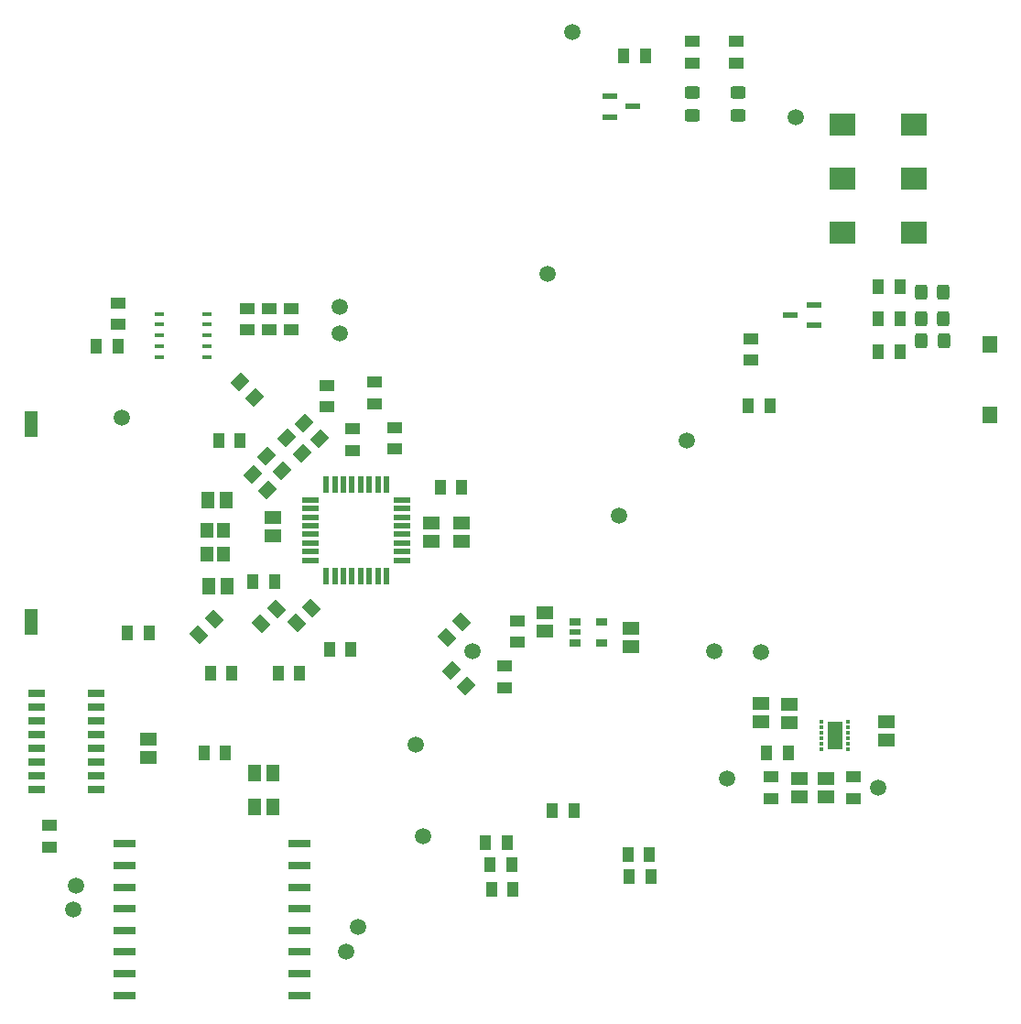
<source format=gbr>
%TF.GenerationSoftware,KiCad,Pcbnew,8.0.6*%
%TF.CreationDate,2024-11-20T13:36:43-05:00*%
%TF.ProjectId,wheel_counter,77686565-6c5f-4636-9f75-6e7465722e6b,rev?*%
%TF.SameCoordinates,Original*%
%TF.FileFunction,Paste,Top*%
%TF.FilePolarity,Positive*%
%FSLAX46Y46*%
G04 Gerber Fmt 4.6, Leading zero omitted, Abs format (unit mm)*
G04 Created by KiCad (PCBNEW 8.0.6) date 2024-11-20 13:36:43*
%MOMM*%
%LPD*%
G01*
G04 APERTURE LIST*
G04 Aperture macros list*
%AMRoundRect*
0 Rectangle with rounded corners*
0 $1 Rounding radius*
0 $2 $3 $4 $5 $6 $7 $8 $9 X,Y pos of 4 corners*
0 Add a 4 corners polygon primitive as box body*
4,1,4,$2,$3,$4,$5,$6,$7,$8,$9,$2,$3,0*
0 Add four circle primitives for the rounded corners*
1,1,$1+$1,$2,$3*
1,1,$1+$1,$4,$5*
1,1,$1+$1,$6,$7*
1,1,$1+$1,$8,$9*
0 Add four rect primitives between the rounded corners*
20,1,$1+$1,$2,$3,$4,$5,0*
20,1,$1+$1,$4,$5,$6,$7,0*
20,1,$1+$1,$6,$7,$8,$9,0*
20,1,$1+$1,$8,$9,$2,$3,0*%
%AMRotRect*
0 Rectangle, with rotation*
0 The origin of the aperture is its center*
0 $1 length*
0 $2 width*
0 $3 Rotation angle, in degrees counterclockwise*
0 Add horizontal line*
21,1,$1,$2,0,0,$3*%
G04 Aperture macros list end*
%ADD10C,0.000000*%
%ADD11R,0.875000X0.450000*%
%ADD12R,0.355600X0.304800*%
%ADD13R,1.447800X2.590800*%
%ADD14R,1.000000X0.800000*%
%ADD15R,1.000000X0.600000*%
%ADD16R,1.500000X0.600000*%
%ADD17R,0.600000X1.500000*%
%ADD18C,1.500000*%
%ADD19R,1.500000X1.300000*%
%ADD20RotRect,1.100000X1.400000X225.000000*%
%ADD21RoundRect,0.250000X-0.325000X-0.450000X0.325000X-0.450000X0.325000X0.450000X-0.325000X0.450000X0*%
%ADD22R,1.550000X0.650000*%
%ADD23RotRect,1.100000X1.400000X135.000000*%
%ADD24R,2.400000X2.100000*%
%ADD25R,1.300000X2.340000*%
%ADD26RotRect,1.100000X1.400000X315.000000*%
%ADD27R,1.100000X1.400000*%
%ADD28R,1.400000X1.100000*%
%ADD29R,1.150000X1.400000*%
%ADD30R,1.320800X0.558800*%
%ADD31R,1.300000X1.500000*%
%ADD32R,1.400000X1.500000*%
%ADD33R,2.000000X0.800000*%
%ADD34RotRect,1.100000X1.400000X45.000000*%
%ADD35RoundRect,0.250000X-0.450000X0.325000X-0.450000X-0.325000X0.450000X-0.325000X0.450000X0.325000X0*%
G04 APERTURE END LIST*
D10*
%TO.C,RFID1*%
G36*
X115123900Y-124695400D02*
G01*
X113876100Y-124695400D01*
X113876100Y-123600000D01*
X115123900Y-123600000D01*
X115123900Y-124695400D01*
G37*
G36*
X115123900Y-123400000D02*
G01*
X113876100Y-123400000D01*
X113876100Y-122304600D01*
X115123900Y-122304600D01*
X115123900Y-123400000D01*
G37*
%TD*%
D11*
%TO.C,RTC1*%
X52000000Y-84500000D03*
X52000000Y-85500000D03*
X52000000Y-86500000D03*
X52000000Y-87500000D03*
X52000000Y-88500000D03*
X56424000Y-88500000D03*
X56424000Y-87500000D03*
X56424000Y-86500000D03*
X56424000Y-85500000D03*
X56424000Y-84500000D03*
%TD*%
D12*
%TO.C,RFID1*%
X115719200Y-124750315D03*
X115719200Y-124250189D03*
X115719200Y-123750063D03*
X115719200Y-123249937D03*
X115719200Y-122749811D03*
X115719200Y-122249685D03*
X113280800Y-122249685D03*
X113280800Y-122749811D03*
X113280800Y-123249937D03*
X113280800Y-123750063D03*
X113280800Y-124250189D03*
X113280800Y-124750315D03*
D13*
X114500000Y-123500000D03*
%TD*%
D14*
%TO.C,LDOReg1*%
X90500000Y-113000000D03*
D15*
X90500000Y-113950000D03*
D14*
X90500000Y-114900000D03*
X92900000Y-114900000D03*
X92900000Y-113000000D03*
%TD*%
D16*
%TO.C,328pb1*%
X66000000Y-101700000D03*
X66000000Y-102500000D03*
X66000000Y-103300000D03*
X66000000Y-104100000D03*
X66000000Y-104900000D03*
X66000000Y-105700000D03*
X66000000Y-106500000D03*
X66000000Y-107300000D03*
D17*
X67450000Y-108750000D03*
X68250000Y-108750000D03*
X69050000Y-108750000D03*
X69850000Y-108750000D03*
X70650000Y-108750000D03*
X71450000Y-108750000D03*
X72250000Y-108750000D03*
X73050000Y-108750000D03*
D16*
X74500000Y-107300000D03*
X74500000Y-106500000D03*
X74500000Y-105700000D03*
X74500000Y-104900000D03*
X74500000Y-104100000D03*
X74500000Y-103300000D03*
X74500000Y-102500000D03*
X74500000Y-101700000D03*
D17*
X73050000Y-100250000D03*
X72250000Y-100250000D03*
X71450000Y-100250000D03*
X70650000Y-100250000D03*
X69850000Y-100250000D03*
X69050000Y-100250000D03*
X68250000Y-100250000D03*
X67450000Y-100250000D03*
%TD*%
D18*
%TO.C,VCC_1*%
X100800000Y-96200000D03*
%TD*%
%TO.C,VBAT_1*%
X90200000Y-58500000D03*
%TD*%
%TO.C,GND_1*%
X110900000Y-66300000D03*
%TD*%
D19*
%TO.C,C_LDO_VCC1*%
X87650000Y-112100000D03*
X87650000Y-113800000D03*
%TD*%
D18*
%TO.C,GPO_1*%
X104500000Y-127500000D03*
%TD*%
D20*
%TO.C,R_MOSI1*%
X62865000Y-111760000D03*
X61450786Y-113174214D03*
%TD*%
D21*
%TO.C,LED2*%
X122475000Y-82500000D03*
X124525000Y-82500000D03*
%TD*%
D22*
%TO.C,HexBuf1*%
X40700000Y-119550000D03*
X40700000Y-120820000D03*
X40700000Y-122090000D03*
X40700000Y-123360000D03*
X40700000Y-124630000D03*
X40700000Y-125900000D03*
X40700000Y-127170000D03*
X40700000Y-128440000D03*
X46150000Y-128440000D03*
X46150000Y-127170000D03*
X46150000Y-125900000D03*
X46150000Y-124630000D03*
X46150000Y-123360000D03*
X46150000Y-122090000D03*
X46150000Y-120820000D03*
X46150000Y-119550000D03*
%TD*%
D23*
%TO.C,R_PD3_UP1*%
X65207107Y-97407107D03*
X63792893Y-95992893D03*
%TD*%
D24*
%TO.C,RST_SWITCH1*%
X121800000Y-77000000D03*
X115200000Y-77000000D03*
%TD*%
D25*
%TO.C,Reed1*%
X40200000Y-113000000D03*
X40200000Y-94660000D03*
%TD*%
D19*
%TO.C,C_74HC1*%
X51050000Y-123850000D03*
X51050000Y-125550000D03*
%TD*%
D26*
%TO.C,R_INT_PD2*%
X65450000Y-94650000D03*
X66864214Y-96064214D03*
%TD*%
D27*
%TO.C,R_CS_RFM1*%
X58750000Y-117750000D03*
X56750000Y-117750000D03*
%TD*%
D28*
%TO.C,R_PD2_PUP1*%
X67550000Y-93100000D03*
X67550000Y-91100000D03*
%TD*%
D27*
%TO.C,R_WP1*%
X84600000Y-135400000D03*
X82600000Y-135400000D03*
%TD*%
D18*
%TO.C,RFM_RST_1*%
X44100000Y-139600000D03*
%TD*%
D28*
%TO.C,R_RST1*%
X71900000Y-90800000D03*
X71900000Y-92800000D03*
%TD*%
D27*
%TO.C,R_PE1_PUP1*%
X62700000Y-109220000D03*
X60700000Y-109220000D03*
%TD*%
D29*
%TO.C,Y1*%
X56400000Y-104500000D03*
X56400000Y-106700000D03*
X58000000Y-106700000D03*
X58000000Y-104500000D03*
%TD*%
D18*
%TO.C,INT_TRIG_1*%
X68700000Y-83900000D03*
%TD*%
%TO.C,3V3_1*%
X94500000Y-103200000D03*
%TD*%
D30*
%TO.C,U3*%
X93661700Y-64414100D03*
X93661700Y-66293700D03*
X95846100Y-65353900D03*
%TD*%
D24*
%TO.C,STAYAWAKE_SW1*%
X121800000Y-72000000D03*
X115200000Y-72000000D03*
%TD*%
D27*
%TO.C,R_MISO_RFM1*%
X56150000Y-125095000D03*
X58150000Y-125095000D03*
%TD*%
D31*
%TO.C,C_RFM69_0.1*%
X60800000Y-130050000D03*
X62500000Y-130050000D03*
%TD*%
D28*
%TO.C,R_PULL_UP_TRIG1*%
X60200000Y-84000000D03*
X60200000Y-86000000D03*
%TD*%
D18*
%TO.C,INT_MIN_1*%
X68700000Y-86300000D03*
%TD*%
D28*
%TO.C,R_LDO_UP1*%
X85150000Y-114862500D03*
X85150000Y-112862500D03*
%TD*%
D31*
%TO.C,C_XTAL1*%
X56500000Y-101700000D03*
X58200000Y-101700000D03*
%TD*%
D27*
%TO.C,R_PE1*%
X108500000Y-93000000D03*
X106500000Y-93000000D03*
%TD*%
D19*
%TO.C,C_RFID_0.2*%
X113700000Y-129150000D03*
X113700000Y-127450000D03*
%TD*%
D20*
%TO.C,R_CS_SPI4*%
X80000000Y-113000000D03*
X78585786Y-114414214D03*
%TD*%
D18*
%TO.C,MOSI_1*%
X69300000Y-143500000D03*
%TD*%
D30*
%TO.C,U2*%
X112592200Y-85539800D03*
X112592200Y-83660200D03*
X110407800Y-84600000D03*
%TD*%
D19*
%TO.C,C_328pb_AREF1*%
X77200000Y-103850000D03*
X77200000Y-105550000D03*
%TD*%
D20*
%TO.C,R_SCK1*%
X66112107Y-111687893D03*
X64697893Y-113102107D03*
%TD*%
D28*
%TO.C,R_LPD1*%
X116200000Y-127300000D03*
X116200000Y-129300000D03*
%TD*%
D32*
%TO.C,POWER_CYCLE_SWITCH1*%
X128800000Y-93850000D03*
X128800000Y-87350000D03*
%TD*%
D27*
%TO.C,R_LED2*%
X120500000Y-82000000D03*
X118500000Y-82000000D03*
%TD*%
D28*
%TO.C,R_RTC_PUP_DIN1*%
X48212000Y-85500000D03*
X48212000Y-83500000D03*
%TD*%
%TO.C,R_GPO1*%
X108600000Y-127300000D03*
X108600000Y-129300000D03*
%TD*%
D19*
%TO.C,C_RFID_0.1*%
X107700000Y-122200000D03*
X107700000Y-120500000D03*
%TD*%
D18*
%TO.C,RST_1*%
X87900000Y-80800000D03*
%TD*%
D19*
%TO.C,C_RFID_1*%
X110300000Y-122300000D03*
X110300000Y-120600000D03*
%TD*%
D18*
%TO.C,MISO_1*%
X75700000Y-124300000D03*
%TD*%
D19*
%TO.C,C_RFID_3*%
X119300000Y-122200000D03*
X119300000Y-123900000D03*
%TD*%
D18*
%TO.C,SCK_1*%
X70400000Y-141200000D03*
%TD*%
D27*
%TO.C,R_LED1*%
X120500000Y-88000000D03*
X118500000Y-88000000D03*
%TD*%
D28*
%TO.C,R_PULL_UP_SDA1*%
X64200000Y-84000000D03*
X64200000Y-86000000D03*
%TD*%
D27*
%TO.C,R_RST_RFM1*%
X78000000Y-100500000D03*
X80000000Y-100500000D03*
%TD*%
D18*
%TO.C,REED_1*%
X48600000Y-94100000D03*
%TD*%
D26*
%TO.C,R_TRIG_PD3*%
X60647658Y-99347658D03*
X62061872Y-100761872D03*
%TD*%
D18*
%TO.C,LDO_CTRL_1*%
X81000000Y-115700000D03*
%TD*%
D33*
%TO.C,U1*%
X65000000Y-147500000D03*
X65000000Y-145500000D03*
X65000000Y-143500000D03*
X65000000Y-141500000D03*
X65000000Y-139500000D03*
X65000000Y-137500000D03*
X65000000Y-135500000D03*
X65000000Y-133500000D03*
X48800000Y-133500000D03*
X48800000Y-135500000D03*
X48800000Y-137500000D03*
X48800000Y-139500000D03*
X48800000Y-141500000D03*
X48800000Y-143500000D03*
X48800000Y-145500000D03*
X48800000Y-147500000D03*
%TD*%
D34*
%TO.C,R_CS_SPI2*%
X55692893Y-114157107D03*
X57107107Y-112742893D03*
%TD*%
D23*
%TO.C,R_PUP_INT_MIN1*%
X60857107Y-92207107D03*
X59442893Y-90792893D03*
%TD*%
D18*
%TO.C,CS_SPI_1*%
X76400000Y-132800000D03*
%TD*%
D31*
%TO.C,C_RFM69_10*%
X60800000Y-126983200D03*
X62500000Y-126983200D03*
%TD*%
D28*
%TO.C,R_PC6_PUP1*%
X69860916Y-97112500D03*
X69860916Y-95112500D03*
%TD*%
D18*
%TO.C,LPD_1*%
X118500000Y-128300000D03*
%TD*%
%TO.C,SDA_1*%
X103300000Y-115700000D03*
%TD*%
D28*
%TO.C,R_PULL_UP_SCL1*%
X62200000Y-84000000D03*
X62200000Y-86000000D03*
%TD*%
D27*
%TO.C,R_LED3*%
X120500000Y-85000000D03*
X118500000Y-85000000D03*
%TD*%
%TO.C,R_POL1*%
X94953900Y-60653900D03*
X96953900Y-60653900D03*
%TD*%
%TO.C,R_CS_RFM2*%
X63000000Y-117750000D03*
X65000000Y-117750000D03*
%TD*%
%TO.C,R_CS_SPI1*%
X90350000Y-130400000D03*
X88350000Y-130400000D03*
%TD*%
D18*
%TO.C,CS_RFM_1*%
X44300000Y-137400000D03*
%TD*%
D35*
%TO.C,LED4*%
X105500000Y-64075000D03*
X105500000Y-66125000D03*
%TD*%
D27*
%TO.C,R_MISO_SPI1*%
X82185000Y-133350000D03*
X84185000Y-133350000D03*
%TD*%
%TO.C,R_HOLD2*%
X95500000Y-136500000D03*
X97500000Y-136500000D03*
%TD*%
D28*
%TO.C,R_LED4*%
X105400000Y-61300000D03*
X105400000Y-59300000D03*
%TD*%
D27*
%TO.C,R_PULL_DOWN_TRIG1*%
X57500000Y-96250000D03*
X59500000Y-96250000D03*
%TD*%
D31*
%TO.C,C_XTAL2*%
X58300000Y-109700000D03*
X56600000Y-109700000D03*
%TD*%
D35*
%TO.C,LED5*%
X101300000Y-64075000D03*
X101300000Y-66125000D03*
%TD*%
D19*
%TO.C,C_328pb_AVCC1*%
X80000000Y-103800000D03*
X80000000Y-105500000D03*
%TD*%
%TO.C,C_328pb_GND1*%
X62500000Y-103300000D03*
X62500000Y-105000000D03*
%TD*%
D21*
%TO.C,LED1*%
X122500000Y-87000000D03*
X124550000Y-87000000D03*
%TD*%
D18*
%TO.C,SCL_1*%
X107700000Y-115800000D03*
%TD*%
D19*
%TO.C,C_RFID_2*%
X111200000Y-129150000D03*
X111200000Y-127450000D03*
%TD*%
D23*
%TO.C,R_PE2*%
X80414214Y-118914214D03*
X79000000Y-117500000D03*
%TD*%
D26*
%TO.C,R_REED_PD3*%
X61938128Y-97638128D03*
X63352342Y-99052342D03*
%TD*%
D24*
%TO.C,BROADCAST_SW2*%
X121800000Y-67000000D03*
X115200000Y-67000000D03*
%TD*%
D27*
%TO.C,R_HOLD1*%
X95350000Y-134500000D03*
X97350000Y-134500000D03*
%TD*%
D28*
%TO.C,R_RFM_CS1*%
X41850000Y-131800000D03*
X41850000Y-133800000D03*
%TD*%
D27*
%TO.C,R_REED_RTC1*%
X46212000Y-87500000D03*
X48212000Y-87500000D03*
%TD*%
D28*
%TO.C,R_PC3_UP1*%
X73750000Y-97000000D03*
X73750000Y-95000000D03*
%TD*%
D27*
%TO.C,R_WP2*%
X82750000Y-137750000D03*
X84750000Y-137750000D03*
%TD*%
D28*
%TO.C,R_LED5*%
X101300000Y-61300000D03*
X101300000Y-59300000D03*
%TD*%
%TO.C,R_POL2*%
X106700000Y-88800000D03*
X106700000Y-86800000D03*
%TD*%
D27*
%TO.C,R_GPO2*%
X108200000Y-125100000D03*
X110200000Y-125100000D03*
%TD*%
D21*
%TO.C,LED3*%
X122475000Y-85000000D03*
X124525000Y-85000000D03*
%TD*%
D28*
%TO.C,R_LDO_DOWN1*%
X83950000Y-119050000D03*
X83950000Y-117050000D03*
%TD*%
D19*
%TO.C,C_LDO_3V3*%
X95650000Y-113550000D03*
X95650000Y-115250000D03*
%TD*%
D27*
%TO.C,R_CS_SPI3*%
X67750000Y-115500000D03*
X69750000Y-115500000D03*
%TD*%
%TO.C,R_REED_GND1*%
X51087500Y-114000000D03*
X49087500Y-114000000D03*
%TD*%
M02*

</source>
